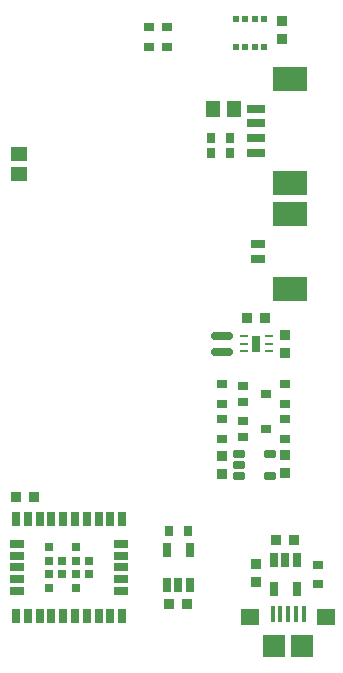
<source format=gtp>
G04*
G04 #@! TF.GenerationSoftware,Altium Limited,Altium Designer,18.1.6 (161)*
G04*
G04 Layer_Color=8421504*
%FSLAX44Y44*%
%MOMM*%
G71*
G01*
G75*
%ADD23R,0.8000X1.4000*%
%ADD24R,1.1600X1.4700*%
%ADD25R,0.9200X0.9300*%
%ADD26R,1.6000X1.4000*%
%ADD27R,1.9000X1.9000*%
%ADD28R,0.4000X1.3500*%
G04:AMPARAMS|DCode=29|XSize=1.8mm|YSize=0.6mm|CornerRadius=0.15mm|HoleSize=0mm|Usage=FLASHONLY|Rotation=180.000|XOffset=0mm|YOffset=0mm|HoleType=Round|Shape=RoundedRectangle|*
%AMROUNDEDRECTD29*
21,1,1.8000,0.3000,0,0,180.0*
21,1,1.5000,0.6000,0,0,180.0*
1,1,0.3000,-0.7500,0.1500*
1,1,0.3000,0.7500,0.1500*
1,1,0.3000,0.7500,-0.1500*
1,1,0.3000,-0.7500,-0.1500*
%
%ADD29ROUNDEDRECTD29*%
%ADD30R,0.9000X0.7000*%
%ADD31R,0.7900X0.9300*%
%ADD32R,3.0000X2.1000*%
%ADD33R,1.6000X0.8000*%
%ADD34R,0.5000X0.5000*%
G04:AMPARAMS|DCode=35|XSize=1.15mm|YSize=0.7mm|CornerRadius=0.035mm|HoleSize=0mm|Usage=FLASHONLY|Rotation=270.000|XOffset=0mm|YOffset=0mm|HoleType=Round|Shape=RoundedRectangle|*
%AMROUNDEDRECTD35*
21,1,1.1500,0.6300,0,0,270.0*
21,1,1.0800,0.7000,0,0,270.0*
1,1,0.0700,-0.3150,-0.5400*
1,1,0.0700,-0.3150,0.5400*
1,1,0.0700,0.3150,0.5400*
1,1,0.0700,0.3150,-0.5400*
%
%ADD35ROUNDEDRECTD35*%
G04:AMPARAMS|DCode=36|XSize=1.15mm|YSize=0.7mm|CornerRadius=0.035mm|HoleSize=0mm|Usage=FLASHONLY|Rotation=180.000|XOffset=0mm|YOffset=0mm|HoleType=Round|Shape=RoundedRectangle|*
%AMROUNDEDRECTD36*
21,1,1.1500,0.6300,0,0,180.0*
21,1,1.0800,0.7000,0,0,180.0*
1,1,0.0700,-0.5400,0.3150*
1,1,0.0700,0.5400,0.3150*
1,1,0.0700,0.5400,-0.3150*
1,1,0.0700,-0.5400,-0.3150*
%
%ADD36ROUNDEDRECTD36*%
%ADD37R,0.7000X0.7000*%
%ADD38R,0.6500X0.2500*%
G04:AMPARAMS|DCode=39|XSize=0.6mm|YSize=1mm|CornerRadius=0.075mm|HoleSize=0mm|Usage=FLASHONLY|Rotation=270.000|XOffset=0mm|YOffset=0mm|HoleType=Round|Shape=RoundedRectangle|*
%AMROUNDEDRECTD39*
21,1,0.6000,0.8500,0,0,270.0*
21,1,0.4500,1.0000,0,0,270.0*
1,1,0.1500,-0.4250,-0.2250*
1,1,0.1500,-0.4250,0.2250*
1,1,0.1500,0.4250,0.2250*
1,1,0.1500,0.4250,-0.2250*
%
%ADD39ROUNDEDRECTD39*%
%ADD40R,1.3000X0.8000*%
G04:AMPARAMS|DCode=41|XSize=0.65mm|YSize=1.2mm|CornerRadius=0.0488mm|HoleSize=0mm|Usage=FLASHONLY|Rotation=180.000|XOffset=0mm|YOffset=0mm|HoleType=Round|Shape=RoundedRectangle|*
%AMROUNDEDRECTD41*
21,1,0.6500,1.1025,0,0,180.0*
21,1,0.5525,1.2000,0,0,180.0*
1,1,0.0975,-0.2763,0.5513*
1,1,0.0975,0.2763,0.5513*
1,1,0.0975,0.2763,-0.5513*
1,1,0.0975,-0.2763,-0.5513*
%
%ADD41ROUNDEDRECTD41*%
%ADD42R,0.7000X1.3000*%
%ADD43R,0.9300X0.7900*%
%ADD44R,1.4700X1.1600*%
%ADD45R,0.9300X0.9200*%
G54D23*
X249000Y268000D02*
D03*
G54D24*
X212250Y467000D02*
D03*
X229750D02*
D03*
G54D25*
X175000Y47500D02*
D03*
X190100D02*
D03*
X265950Y101428D02*
D03*
X281050D02*
D03*
X45450Y138000D02*
D03*
X60550D02*
D03*
X241450Y290000D02*
D03*
X256550D02*
D03*
G54D26*
X308000Y36750D02*
D03*
X244000D02*
D03*
G54D27*
X288000Y12250D02*
D03*
X264000D02*
D03*
G54D28*
X289000Y39000D02*
D03*
X282500D02*
D03*
X276000D02*
D03*
X269500D02*
D03*
X263000D02*
D03*
G54D29*
X220000Y274750D02*
D03*
Y261250D02*
D03*
G54D30*
X238000Y232000D02*
D03*
Y219000D02*
D03*
X257000Y225500D02*
D03*
X238000Y202200D02*
D03*
Y189200D02*
D03*
X257000Y195700D02*
D03*
G54D31*
X210300Y442000D02*
D03*
X226700D02*
D03*
X175000Y109500D02*
D03*
X191400D02*
D03*
X210300Y429500D02*
D03*
X226700D02*
D03*
G54D32*
X277679Y492500D02*
D03*
Y404000D02*
D03*
X277750Y314250D02*
D03*
Y377750D02*
D03*
G54D33*
X248679Y467000D02*
D03*
Y454500D02*
D03*
Y442000D02*
D03*
Y429500D02*
D03*
G54D34*
X231503Y543002D02*
D03*
X239503D02*
D03*
X247503D02*
D03*
X255503D02*
D03*
X255703Y519002D02*
D03*
X247503D02*
D03*
X239503D02*
D03*
X231503D02*
D03*
G54D35*
X135500Y119750D02*
D03*
X125500D02*
D03*
X115500D02*
D03*
X105500D02*
D03*
X95500D02*
D03*
X85500D02*
D03*
X75500D02*
D03*
X65500D02*
D03*
X55500D02*
D03*
X45500D02*
D03*
Y37250D02*
D03*
X55500D02*
D03*
X65500D02*
D03*
X75500D02*
D03*
X85500D02*
D03*
X95500D02*
D03*
X105500D02*
D03*
X115500D02*
D03*
X125500D02*
D03*
X135500D02*
D03*
G54D36*
X46250Y58500D02*
D03*
Y68500D02*
D03*
Y78500D02*
D03*
Y88500D02*
D03*
Y98500D02*
D03*
X134750D02*
D03*
Y88500D02*
D03*
Y78500D02*
D03*
Y68500D02*
D03*
Y58500D02*
D03*
G54D37*
X73250Y95750D02*
D03*
Y84250D02*
D03*
Y72750D02*
D03*
Y61250D02*
D03*
X96250D02*
D03*
X84750Y72750D02*
D03*
Y84250D02*
D03*
X107750D02*
D03*
X96250Y95750D02*
D03*
Y84250D02*
D03*
Y72750D02*
D03*
X107750D02*
D03*
G54D38*
X259500Y261500D02*
D03*
Y268000D02*
D03*
Y274500D02*
D03*
X238500D02*
D03*
Y268000D02*
D03*
Y261500D02*
D03*
G54D39*
X260500Y156000D02*
D03*
X234500Y175000D02*
D03*
Y165500D02*
D03*
Y156000D02*
D03*
X260500Y175000D02*
D03*
G54D40*
X250250Y339750D02*
D03*
Y352250D02*
D03*
G54D41*
X173500Y93250D02*
D03*
X192500D02*
D03*
Y63750D02*
D03*
X183000D02*
D03*
X173500D02*
D03*
G54D42*
X283209Y84500D02*
D03*
X273710D02*
D03*
X264209D02*
D03*
Y60500D02*
D03*
X283209D02*
D03*
G54D43*
X301000Y80698D02*
D03*
Y64298D02*
D03*
X173500Y536000D02*
D03*
Y519600D02*
D03*
X158500D02*
D03*
Y536000D02*
D03*
X220000Y217300D02*
D03*
Y233700D02*
D03*
X273000Y217300D02*
D03*
Y233700D02*
D03*
X220000Y203900D02*
D03*
Y187500D02*
D03*
X273000D02*
D03*
Y203900D02*
D03*
G54D44*
X48000Y411250D02*
D03*
Y428750D02*
D03*
G54D45*
X248500Y65950D02*
D03*
Y81050D02*
D03*
X273000Y260450D02*
D03*
Y275550D02*
D03*
X220000Y172550D02*
D03*
Y157450D02*
D03*
X273000Y173550D02*
D03*
Y158450D02*
D03*
X271000Y526000D02*
D03*
Y541100D02*
D03*
M02*

</source>
